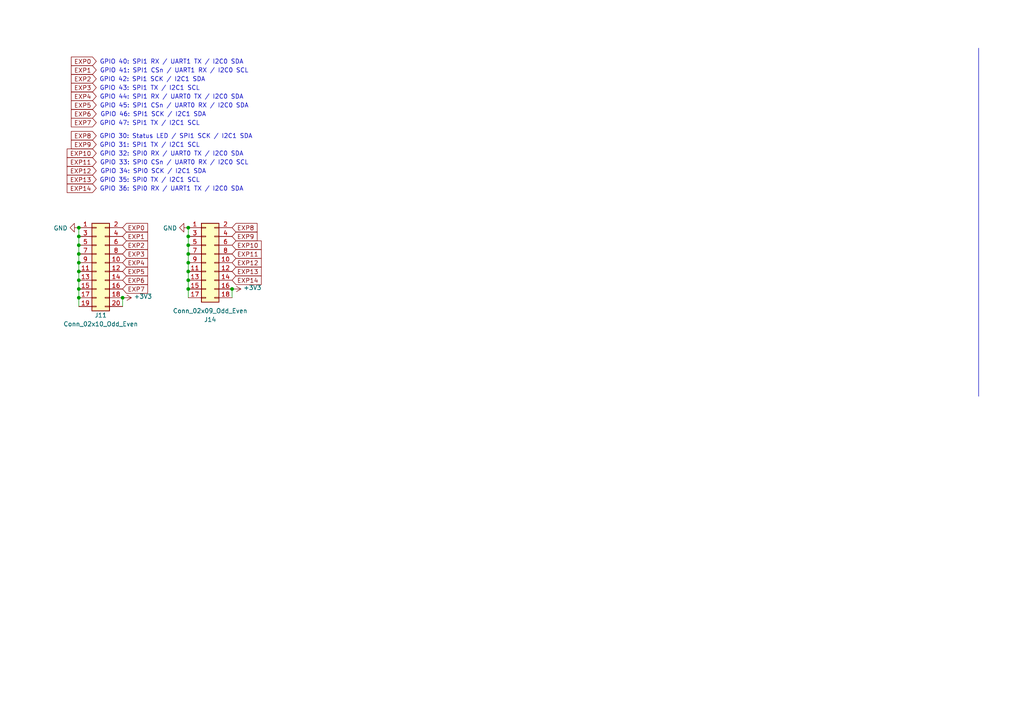
<source format=kicad_sch>
(kicad_sch (version 20250114) (generator "eeschema") (generator_version "9.0")
  (paper "A4")
  (title_block (title "BlueSCSI D50 Ultra Expansion Template") (date "2026-02-11") (company "Tech by Androda, LLC") (comment 1 "https://ohwr.org/cern_ohl_s_v2.txt") (comment 2 "licensed CERN Open Hardware Licence Version 2 - Strongly Reciprocal") (comment 3 "© 2025 - 2026 Tech by Androda, LLC"))
  (lib_symbols
    (symbol "Connector_Generic:Conn_02x09_Odd_Even" (pin_names (offset 1.016) (hide yes))
      (property "Reference" "J" (at 1.27 12.7 0))
      (property "Value" "Conn_02x09_Odd_Even" (at 1.27 -12.7 0))
      (symbol "Conn_02x09_Odd_Even_1_1"
        (rectangle (start -1.27 11.43) (end 3.81 -11.43) (stroke (width 0.254)) (fill (type background)))
        (rectangle (start -1.27 10.287) (end 0 10.033) (stroke (width 0.1524)))
        (rectangle (start -1.27 7.747) (end 0 7.493) (stroke (width 0.1524)))
        (rectangle (start -1.27 5.207) (end 0 4.953) (stroke (width 0.1524)))
        (rectangle (start -1.27 2.667) (end 0 2.413) (stroke (width 0.1524)))
        (rectangle (start -1.27 0.127) (end 0 -0.127) (stroke (width 0.1524)))
        (rectangle (start -1.27 -2.413) (end 0 -2.667) (stroke (width 0.1524)))
        (rectangle (start -1.27 -4.953) (end 0 -5.207) (stroke (width 0.1524)))
        (rectangle (start -1.27 -7.493) (end 0 -7.747) (stroke (width 0.1524)))
        (rectangle (start -1.27 -10.033) (end 0 -10.287) (stroke (width 0.1524)))
        (rectangle (start 3.81 10.287) (end 2.54 10.033) (stroke (width 0.1524)))
        (rectangle (start 3.81 7.747) (end 2.54 7.493) (stroke (width 0.1524)))
        (rectangle (start 3.81 5.207) (end 2.54 4.953) (stroke (width 0.1524)))
        (rectangle (start 3.81 2.667) (end 2.54 2.413) (stroke (width 0.1524)))
        (rectangle (start 3.81 0.127) (end 2.54 -0.127) (stroke (width 0.1524)))
        (rectangle (start 3.81 -2.413) (end 2.54 -2.667) (stroke (width 0.1524)))
        (rectangle (start 3.81 -4.953) (end 2.54 -5.207) (stroke (width 0.1524)))
        (rectangle (start 3.81 -7.493) (end 2.54 -7.747) (stroke (width 0.1524)))
        (rectangle (start 3.81 -10.033) (end 2.54 -10.287) (stroke (width 0.1524)))
        (pin passive line (at -5.08 10.16 0) (length 3.81) (name "Pin_1") (number "1"))
        (pin passive line (at -5.08 7.62 0) (length 3.81) (name "Pin_3") (number "3"))
        (pin passive line (at -5.08 5.08 0) (length 3.81) (name "Pin_5") (number "5"))
        (pin passive line (at -5.08 2.54 0) (length 3.81) (name "Pin_7") (number "7"))
        (pin passive line (at -5.08 0 0) (length 3.81) (name "Pin_9") (number "9"))
        (pin passive line (at -5.08 -2.54 0) (length 3.81) (name "Pin_11") (number "11"))
        (pin passive line (at -5.08 -5.08 0) (length 3.81) (name "Pin_13") (number "13"))
        (pin passive line (at -5.08 -7.62 0) (length 3.81) (name "Pin_15") (number "15"))
        (pin passive line (at -5.08 -10.16 0) (length 3.81) (name "Pin_17") (number "17"))
        (pin passive line (at 7.62 10.16 180) (length 3.81) (name "Pin_2") (number "2"))
        (pin passive line (at 7.62 7.62 180) (length 3.81) (name "Pin_4") (number "4"))
        (pin passive line (at 7.62 5.08 180) (length 3.81) (name "Pin_6") (number "6"))
        (pin passive line (at 7.62 2.54 180) (length 3.81) (name "Pin_8") (number "8"))
        (pin passive line (at 7.62 0 180) (length 3.81) (name "Pin_10") (number "10"))
        (pin passive line (at 7.62 -2.54 180) (length 3.81) (name "Pin_12") (number "12"))
        (pin passive line (at 7.62 -5.08 180) (length 3.81) (name "Pin_14") (number "14"))
        (pin passive line (at 7.62 -7.62 180) (length 3.81) (name "Pin_16") (number "16"))
        (pin passive line (at 7.62 -10.16 180) (length 3.81) (name "Pin_18") (number "18"))
      )
    )
    (symbol "Connector_Generic:Conn_02x10_Odd_Even" (pin_names (offset 1.016) (hide yes))
      (property "Reference" "J" (at 1.27 12.7 0))
      (property "Value" "Conn_02x10_Odd_Even" (at 1.27 -15.24 0))
      (symbol "Conn_02x10_Odd_Even_1_1"
        (rectangle (start -1.27 11.43) (end 3.81 -13.97) (stroke (width 0.254)) (fill (type background)))
        (rectangle (start -1.27 10.287) (end 0 10.033) (stroke (width 0.1524)))
        (rectangle (start -1.27 7.747) (end 0 7.493) (stroke (width 0.1524)))
        (rectangle (start -1.27 5.207) (end 0 4.953) (stroke (width 0.1524)))
        (rectangle (start -1.27 2.667) (end 0 2.413) (stroke (width 0.1524)))
        (rectangle (start -1.27 0.127) (end 0 -0.127) (stroke (width 0.1524)))
        (rectangle (start -1.27 -2.413) (end 0 -2.667) (stroke (width 0.1524)))
        (rectangle (start -1.27 -4.953) (end 0 -5.207) (stroke (width 0.1524)))
        (rectangle (start -1.27 -7.493) (end 0 -7.747) (stroke (width 0.1524)))
        (rectangle (start -1.27 -10.033) (end 0 -10.287) (stroke (width 0.1524)))
        (rectangle (start -1.27 -12.573) (end 0 -12.827) (stroke (width 0.1524)))
        (rectangle (start 3.81 10.287) (end 2.54 10.033) (stroke (width 0.1524)))
        (rectangle (start 3.81 7.747) (end 2.54 7.493) (stroke (width 0.1524)))
        (rectangle (start 3.81 5.207) (end 2.54 4.953) (stroke (width 0.1524)))
        (rectangle (start 3.81 2.667) (end 2.54 2.413) (stroke (width 0.1524)))
        (rectangle (start 3.81 0.127) (end 2.54 -0.127) (stroke (width 0.1524)))
        (rectangle (start 3.81 -2.413) (end 2.54 -2.667) (stroke (width 0.1524)))
        (rectangle (start 3.81 -4.953) (end 2.54 -5.207) (stroke (width 0.1524)))
        (rectangle (start 3.81 -7.493) (end 2.54 -7.747) (stroke (width 0.1524)))
        (rectangle (start 3.81 -10.033) (end 2.54 -10.287) (stroke (width 0.1524)))
        (rectangle (start 3.81 -12.573) (end 2.54 -12.827) (stroke (width 0.1524)))
        (pin passive line (at -5.08 10.16 0) (length 3.81) (name "Pin_1") (number "1"))
        (pin passive line (at -5.08 7.62 0) (length 3.81) (name "Pin_3") (number "3"))
        (pin passive line (at -5.08 5.08 0) (length 3.81) (name "Pin_5") (number "5"))
        (pin passive line (at -5.08 2.54 0) (length 3.81) (name "Pin_7") (number "7"))
        (pin passive line (at -5.08 0 0) (length 3.81) (name "Pin_9") (number "9"))
        (pin passive line (at -5.08 -2.54 0) (length 3.81) (name "Pin_11") (number "11"))
        (pin passive line (at -5.08 -5.08 0) (length 3.81) (name "Pin_13") (number "13"))
        (pin passive line (at -5.08 -7.62 0) (length 3.81) (name "Pin_15") (number "15"))
        (pin passive line (at -5.08 -10.16 0) (length 3.81) (name "Pin_17") (number "17"))
        (pin passive line (at -5.08 -12.7 0) (length 3.81) (name "Pin_19") (number "19"))
        (pin passive line (at 7.62 10.16 180) (length 3.81) (name "Pin_2") (number "2"))
        (pin passive line (at 7.62 7.62 180) (length 3.81) (name "Pin_4") (number "4"))
        (pin passive line (at 7.62 5.08 180) (length 3.81) (name "Pin_6") (number "6"))
        (pin passive line (at 7.62 2.54 180) (length 3.81) (name "Pin_8") (number "8"))
        (pin passive line (at 7.62 0 180) (length 3.81) (name "Pin_10") (number "10"))
        (pin passive line (at 7.62 -2.54 180) (length 3.81) (name "Pin_12") (number "12"))
        (pin passive line (at 7.62 -5.08 180) (length 3.81) (name "Pin_14") (number "14"))
        (pin passive line (at 7.62 -7.62 180) (length 3.81) (name "Pin_16") (number "16"))
        (pin passive line (at 7.62 -10.16 180) (length 3.81) (name "Pin_18") (number "18"))
        (pin passive line (at 7.62 -12.7 180) (length 3.81) (name "Pin_20") (number "20"))
      )
    )
    (symbol "power:+3V3" (power) (pin_names (offset 0))
      (property "Value" "+3V3" (at 0 3.556 0))
      (symbol "+3V3_0_1"
        (polyline (pts (xy -0.762 1.27) (xy 0 2.54)))
        (polyline (pts (xy 0 2.54) (xy 0.762 1.27)))
        (polyline (pts (xy 0 0) (xy 0 2.54)))
      )
      (symbol "+3V3_1_1"
        (pin power_in line (at 0 0 90) (length 0) (hide yes) (name "+3V3") (number "1"))
      )
    )
    (symbol "power:GND" (power) (pin_names (offset 0))
      (property "Value" "GND" (at 0 -3.81 0))
      (symbol "GND_0_1"
        (polyline (pts (xy 0 0) (xy 0 -1.27) (xy 1.27 -1.27) (xy 0 -2.54) (xy -1.27 -1.27) (xy 0 -1.27)))
      )
      (symbol "GND_1_1"
        (pin power_in line (at 0 0 270) (length 0) (hide yes) (name "GND") (number "1"))
      )
    )
  )
  (text "GPIO 36: SPI0 RX / UART1 TX / I2C0 SDA" (at 49.784 54.864 0) (effects (font (size 1.27 1.27))))
  (text "GPIO 47: SPI1 TX / I2C1 SCL" (at 43.434 35.814 0) (effects (font (size 1.27 1.27))))
  (text "GPIO 41: SPI1 CSn / UART1 RX / I2C0 SCL" (at 50.546 20.574 0) (effects (font (size 1.27 1.27))))
  (text "GPIO 31: SPI1 TX / I2C1 SCL" (at 43.434 42.164 0) (effects (font (size 1.27 1.27))))
  (text "GPIO 33: SPI0 CSn / UART0 RX / I2C0 SCL" (at 50.546 47.244 0) (effects (font (size 1.27 1.27))))
  (text "GPIO 32: SPI0 RX / UART0 TX / I2C0 SDA" (at 49.784 44.704 0) (effects (font (size 1.27 1.27))))
  (text "GPIO 40: SPI1 RX / UART1 TX / I2C0 SDA" (at 49.784 18.034 0) (effects (font (size 1.27 1.27))))
  (text "GPIO 43: SPI1 TX / I2C1 SCL" (at 43.434 25.654 0) (effects (font (size 1.27 1.27))))
  (text "GPIO 46: SPI1 SCK / I2C1 SDA" (at 44.45 33.274 0) (effects (font (size 1.27 1.27))))
  (text "GPIO 30: Status LED / SPI1 SCK / I2C1 SDA" (at 51.054 39.624 0) (effects (font (size 1.27 1.27))))
  (text "GPIO 42: SPI1 SCK / I2C1 SDA" (at 44.196 23.114 0) (effects (font (size 1.27 1.27))))
  (text "GPIO 35: SPI0 TX / I2C1 SCL" (at 43.434 52.324 0) (effects (font (size 1.27 1.27))))
  (text "GPIO 45: SPI1 CSn / UART0 RX / I2C0 SDA" (at 50.546 30.734 0) (effects (font (size 1.27 1.27))))
  (text "GPIO 34: SPI0 SCK / I2C1 SDA" (at 44.45 49.784 0) (effects (font (size 1.27 1.27))))
  (text "GPIO 44: SPI1 RX / UART0 TX / I2C0 SDA" (at 49.784 28.194 0) (effects (font (size 1.27 1.27))))
  (junction (at 54.61 83.82))
  (junction (at 67.31 83.82))
  (junction (at 22.86 83.82))
  (junction (at 54.61 68.58))
  (junction (at 22.86 76.2))
  (junction (at 54.61 78.74))
  (junction (at 22.86 68.58))
  (junction (at 22.86 71.12))
  (junction (at 22.86 66.04))
  (junction (at 22.86 81.28))
  (junction (at 54.61 76.2))
  (junction (at 54.61 66.04))
  (junction (at 54.61 73.66))
  (junction (at 22.86 73.66))
  (junction (at 22.86 86.36))
  (junction (at 35.56 86.36))
  (junction (at 54.61 81.28))
  (junction (at 22.86 78.74))
  (junction (at 54.61 71.12))
  (wire (pts (xy 22.86 78.74) (xy 22.86 81.28)))
  (wire (pts (xy 54.61 68.58) (xy 54.61 71.12)))
  (wire (pts (xy 54.61 66.04) (xy 54.61 68.58)))
  (wire (pts (xy 22.86 73.66) (xy 22.86 76.2)))
  (wire (pts (xy 35.56 86.36) (xy 35.56 88.9)))
  (wire (pts (xy 54.61 78.74) (xy 54.61 81.28)))
  (wire (pts (xy 22.86 71.12) (xy 22.86 73.66)))
  (wire (pts (xy 67.31 83.82) (xy 67.31 86.36)))
  (wire (pts (xy 22.86 76.2) (xy 22.86 78.74)))
  (wire (pts (xy 54.61 81.28) (xy 54.61 83.82)))
  (wire (pts (xy 22.86 68.58) (xy 22.86 71.12)))
  (wire (pts (xy 54.61 76.2) (xy 54.61 78.74)))
  (wire (pts (xy 54.61 83.82) (xy 54.61 86.36)))
  (wire (pts (xy 22.86 81.28) (xy 22.86 83.82)))
  (wire (pts (xy 22.86 86.36) (xy 22.86 88.9)))
  (wire (pts (xy 54.61 73.66) (xy 54.61 76.2)))
  (wire (pts (xy 22.86 66.04) (xy 22.86 68.58)))
  (wire (pts (xy 54.61 71.12) (xy 54.61 73.66)))
  (wire (pts (xy 22.86 83.82) (xy 22.86 86.36)))
  (polyline (pts (xy 283.845 13.97) (xy 283.845 114.935)))
  (global_label "EXP1" (shape input) (at 35.56 68.58 0) (property "Intersheetrefs" "${INTERSHEET_REFS}" (effects (hide yes))))
  (global_label "EXP12" (shape input) (at 27.94 49.53 180) (property "Intersheetrefs" "${INTERSHEET_REFS}" (effects (hide yes))))
  (global_label "EXP13" (shape input) (at 67.31 78.74 0) (property "Intersheetrefs" "${INTERSHEET_REFS}" (effects (hide yes))))
  (global_label "EXP7" (shape input) (at 35.56 83.82 0) (property "Intersheetrefs" "${INTERSHEET_REFS}" (effects (hide yes))))
  (global_label "EXP1" (shape input) (at 27.94 20.32 180) (property "Intersheetrefs" "${INTERSHEET_REFS}" (effects (hide yes))))
  (global_label "EXP12" (shape input) (at 67.31 76.2 0) (property "Intersheetrefs" "${INTERSHEET_REFS}" (effects (hide yes))))
  (global_label "EXP4" (shape input) (at 35.56 76.2 0) (property "Intersheetrefs" "${INTERSHEET_REFS}" (effects (hide yes))))
  (global_label "EXP0" (shape input) (at 35.56 66.04 0) (property "Intersheetrefs" "${INTERSHEET_REFS}" (effects (hide yes))))
  (global_label "EXP6" (shape input) (at 35.56 81.28 0) (property "Intersheetrefs" "${INTERSHEET_REFS}" (effects (hide yes))))
  (global_label "EXP8" (shape input) (at 67.31 66.04 0) (property "Intersheetrefs" "${INTERSHEET_REFS}" (effects (hide yes))))
  (global_label "EXP4" (shape input) (at 27.94 27.94 180) (property "Intersheetrefs" "${INTERSHEET_REFS}" (effects (hide yes))))
  (global_label "EXP8" (shape input) (at 27.94 39.37 180) (property "Intersheetrefs" "${INTERSHEET_REFS}" (effects (hide yes))))
  (global_label "EXP2" (shape input) (at 27.94 22.86 180) (property "Intersheetrefs" "${INTERSHEET_REFS}" (effects (hide yes))))
  (global_label "EXP3" (shape input) (at 35.56 73.66 0) (property "Intersheetrefs" "${INTERSHEET_REFS}" (effects (hide yes))))
  (global_label "EXP11" (shape input) (at 67.31 73.66 0) (property "Intersheetrefs" "${INTERSHEET_REFS}" (effects (hide yes))))
  (global_label "EXP5" (shape input) (at 27.94 30.48 180) (property "Intersheetrefs" "${INTERSHEET_REFS}" (effects (hide yes))))
  (global_label "EXP14" (shape input) (at 67.31 81.28 0) (property "Intersheetrefs" "${INTERSHEET_REFS}" (effects (hide yes))))
  (global_label "EXP9" (shape input) (at 27.94 41.91 180) (property "Intersheetrefs" "${INTERSHEET_REFS}" (effects (hide yes))))
  (global_label "EXP6" (shape input) (at 27.94 33.02 180) (property "Intersheetrefs" "${INTERSHEET_REFS}" (effects (hide yes))))
  (global_label "EXP11" (shape input) (at 27.94 46.99 180) (property "Intersheetrefs" "${INTERSHEET_REFS}" (effects (hide yes))))
  (global_label "EXP10" (shape input) (at 67.31 71.12 0) (property "Intersheetrefs" "${INTERSHEET_REFS}" (effects (hide yes))))
  (global_label "EXP0" (shape input) (at 27.94 17.78 180) (property "Intersheetrefs" "${INTERSHEET_REFS}" (effects (hide yes))))
  (global_label "EXP2" (shape input) (at 35.56 71.12 0) (property "Intersheetrefs" "${INTERSHEET_REFS}" (effects (hide yes))))
  (global_label "EXP13" (shape input) (at 27.94 52.07 180) (property "Intersheetrefs" "${INTERSHEET_REFS}" (effects (hide yes))))
  (global_label "EXP14" (shape input) (at 27.94 54.61 180) (property "Intersheetrefs" "${INTERSHEET_REFS}" (effects (hide yes))))
  (global_label "EXP3" (shape input) (at 27.94 25.4 180) (property "Intersheetrefs" "${INTERSHEET_REFS}" (effects (hide yes))))
  (global_label "EXP7" (shape input) (at 27.94 35.56 180) (property "Intersheetrefs" "${INTERSHEET_REFS}" (effects (hide yes))))
  (global_label "EXP5" (shape input) (at 35.56 78.74 0) (property "Intersheetrefs" "${INTERSHEET_REFS}" (effects (hide yes))))
  (global_label "EXP10" (shape input) (at 27.94 44.45 180) (property "Intersheetrefs" "${INTERSHEET_REFS}" (effects (hide yes))))
  (global_label "EXP9" (shape input) (at 67.31 68.58 0) (property "Intersheetrefs" "${INTERSHEET_REFS}" (effects (hide yes))))
  (symbol (lib_id "power:+3V3") (at 35.56 86.36 270) (mirror x) (unit 1)
    (property "Reference" "#PWR025" (effects (hide yes)))
    (property "Value" "+3V3" (at 38.8112 85.979 90) (effects (justify left)))
  )
  (symbol (lib_id "power:GND") (at 22.86 66.04 270) (unit 1)
    (property "Reference" "#PWR026" (effects (hide yes)))
    (property "Value" "GND" (at 19.6088 66.167 90) (effects (justify right)))
  )
  (symbol (lib_id "Connector_Generic:Conn_02x09_Odd_Even") (at 59.69 76.2 0) (unit 1)
    (property "Reference" "J14" (at 60.96 92.71 0))
    (property "Value" "Conn_02x09_Odd_Even" (at 60.96 90.17 0))
    (property "Footprint" "Connector_PinSocket_2.00mm:PinSocket_2x09_P2.00mm_Vertical" (effects (hide yes)))
    (property "Description" "Generic connector, double row, 02x09, odd/even pin numbering scheme (row 1 odd numbers, row 2 even numbers), script generated (kicad-library-utils/schlib/autogen/connector/)" (effects (hide yes)))
  )
  (symbol (lib_id "Connector_Generic:Conn_02x10_Odd_Even") (at 27.94 76.2 0) (unit 1)
    (property "Reference" "J11" (at 29.21 91.44 0))
    (property "Value" "Conn_02x10_Odd_Even" (at 29.21 93.98 0))
    (property "Footprint" "Connector_PinSocket_2.00mm:PinSocket_2x10_P2.00mm_Vertical" (effects (hide yes)))
    (property "Description" "Generic connector, double row, 02x10, odd/even pin numbering scheme (row 1 odd numbers, row 2 even numbers), script generated (kicad-library-utils/schlib/autogen/connector/)" (effects (hide yes)))
  )
  (symbol (lib_id "power:GND") (at 54.61 66.04 270) (unit 1)
    (property "Reference" "#PWR024" (effects (hide yes)))
    (property "Value" "GND" (at 51.3588 66.167 90) (effects (justify right)))
  )
  (symbol (lib_id "power:+3V3") (at 67.31 83.82 270) (mirror x) (unit 1)
    (property "Reference" "#PWR023" (effects (hide yes)))
    (property "Value" "+3V3" (at 70.5612 83.439 90) (effects (justify left)))
  )
)
</source>
